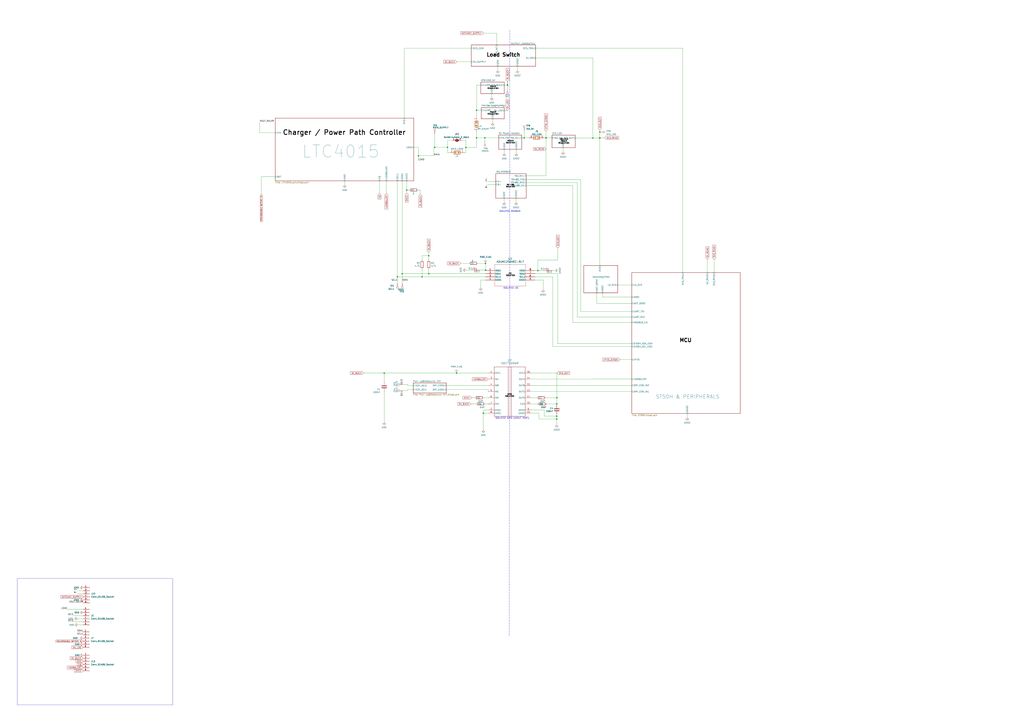
<source format=kicad_sch>
(kicad_sch (version 20231120) (generator "eeschema") (generator_version "8.0")
  (paper "A1")
  (title_block (title "packetRFMS") (date "2024-03-21") (rev "PCB_00132_6A_2124") (company "Packetworx Inc."))
  (lib_symbols
    (symbol "2023-07-17_08-59-46:ISO7740DWR" (pin_names (offset 0.254))
      (property "Reference" "U7" (at 0 25.7902 0))
      (property "Value" "ISO7740DWR" (at 0 23.2502 0))
      (symbol "ISO7740DWR_0_1"
        (polyline (pts (xy -12.7 -20.32) (xy 12.7 -20.32)) (stroke (width 0.2032)))
        (polyline (pts (xy -12.7 20.32) (xy -12.7 -20.32)) (stroke (width 0.2032)))
        (polyline (pts (xy -1.27 -20.32) (xy -1.27 20.32)) (stroke (width 0.2032)))
        (polyline (pts (xy 1.27 -20.32) (xy 1.27 20.32)) (stroke (width 0.2032)))
        (polyline (pts (xy 12.7 -20.32) (xy 12.7 20.32)) (stroke (width 0.2032)))
        (polyline (pts (xy 12.7 20.32) (xy -12.7 20.32)) (stroke (width 0.2032)))
        (pin power_in line (at -17.78 15.24 0) (length 5.08) (name "VCC1") (number "1"))
        (pin input line (at 17.78 -10.16 180) (length 5.08) (name "EN2") (number "10"))
        (pin tri_state line (at 17.78 -5.08 180) (length 5.08) (name "OUTD") (number "11"))
        (pin tri_state line (at 17.78 0 180) (length 5.08) (name "OUTC") (number "12"))
        (pin tri_state line (at 17.78 5.08 180) (length 5.08) (name "OUTB") (number "13"))
        (pin tri_state line (at 17.78 10.16 180) (length 5.08) (name "OUTA") (number "14"))
        (pin power_in line (at 17.78 15.24 180) (length 5.08) (name "VCC2") (number "16"))
        (pin input line (at -17.78 10.16 0) (length 5.08) (name "INA") (number "3"))
        (pin input line (at -17.78 5.08 0) (length 5.08) (name "INB") (number "4"))
        (pin input line (at -17.78 0 0) (length 5.08) (name "INC") (number "5"))
        (pin input line (at -17.78 -5.08 0) (length 5.08) (name "IND") (number "6"))
      )
      (symbol "ISO7740DWR_1_1"
        (pin bidirectional line (at 17.78 -17.78 180) (length 5.08) (name "GND2") (number "15"))
        (pin bidirectional line (at -17.78 -15.24 0) (length 5.08) (name "GND1") (number "2"))
        (pin input line (at -17.78 -10.16 0) (length 5.08) (name "EN1") (number "7"))
        (pin bidirectional line (at -17.78 -17.78 0) (length 5.08) (name "GND1") (number "8"))
        (pin bidirectional line (at 17.78 -15.24 180) (length 5.08) (name "GND2") (number "9"))
      )
    )
    (symbol "2023-08-03_01-03-26:ADUM1250ARZ-RL7" (pin_names (offset 0.254))
      (property "Reference" "U5" (at 20.32 9.8274 0))
      (property "Value" "ADUM1250ARZ-RL7" (at 20.32 7.2874 0))
      (symbol "ADUM1250ARZ-RL7_0_1"
        (polyline (pts (xy 7.62 -12.7) (xy 33.02 -12.7)) (stroke (width 0.127)))
        (polyline (pts (xy 7.62 5.08) (xy 7.62 -12.7)) (stroke (width 0.127)))
        (polyline (pts (xy 33.02 -12.7) (xy 33.02 5.08)) (stroke (width 0.127)))
        (polyline (pts (xy 33.02 5.08) (xy 7.62 5.08)) (stroke (width 0.127)))
        (pin power_in line (at 0 0 0) (length 7.62) (name "VDD1") (number "1"))
        (pin bidirectional line (at 0 -2.54 0) (length 7.62) (name "SDA1") (number "2"))
        (pin bidirectional line (at 0 -5.08 0) (length 7.62) (name "SCL1") (number "3"))
        (pin bidirectional line (at 40.64 -5.08 180) (length 7.62) (name "SCL2") (number "6"))
        (pin bidirectional line (at 40.64 -2.54 180) (length 7.62) (name "SDA2") (number "7"))
        (pin power_in line (at 40.64 0 180) (length 7.62) (name "VDD2") (number "8"))
      )
      (symbol "ADUM1250ARZ-RL7_1_1"
        (pin input line (at 0 -7.62 0) (length 7.62) (name "GND1") (number "4"))
        (pin input line (at 40.64 -7.62 180) (length 7.62) (name "GND2") (number "5"))
      )
    )
    (symbol "Connector:Conn_01x06_Socket" (pin_names (offset 1.016) hide)
      (property "Reference" "J" (at 0 7.62 0))
      (property "Value" "Conn_01x06_Socket" (at 0 -10.16 0))
      (symbol "Conn_01x06_Socket_1_1"
        (arc (start 0 -7.112) (mid -0.5058 -7.62) (end 0 -8.128) (stroke (width 0.1524)))
        (arc (start 0 -4.572) (mid -0.5058 -5.08) (end 0 -5.588) (stroke (width 0.1524)))
        (arc (start 0 -2.032) (mid -0.5058 -2.54) (end 0 -3.048) (stroke (width 0.1524)))
        (polyline (pts (xy -1.27 -7.62) (xy -0.508 -7.62)) (stroke (width 0.1524)))
        (polyline (pts (xy -1.27 -5.08) (xy -0.508 -5.08)) (stroke (width 0.1524)))
        (polyline (pts (xy -1.27 -2.54) (xy -0.508 -2.54)) (stroke (width 0.1524)))
        (polyline (pts (xy -1.27 0) (xy -0.508 0)) (stroke (width 0.1524)))
        (polyline (pts (xy -1.27 2.54) (xy -0.508 2.54)) (stroke (width 0.1524)))
        (polyline (pts (xy -1.27 5.08) (xy -0.508 5.08)) (stroke (width 0.1524)))
        (arc (start 0 0.508) (mid -0.5058 0) (end 0 -0.508) (stroke (width 0.1524)))
        (arc (start 0 3.048) (mid -0.5058 2.54) (end 0 2.032) (stroke (width 0.1524)))
        (arc (start 0 5.588) (mid -0.5058 5.08) (end 0 4.572) (stroke (width 0.1524)))
        (pin passive line (at -5.08 5.08 0) (length 3.81) (name "Pin_1") (number "1"))
        (pin passive line (at -5.08 2.54 0) (length 3.81) (name "Pin_2") (number "2"))
        (pin passive line (at -5.08 0 0) (length 3.81) (name "Pin_3") (number "3"))
        (pin passive line (at -5.08 -2.54 0) (length 3.81) (name "Pin_4") (number "4"))
        (pin passive line (at -5.08 -5.08 0) (length 3.81) (name "Pin_5") (number "5"))
        (pin passive line (at -5.08 -7.62 0) (length 3.81) (name "Pin_6") (number "6"))
      )
    )
    (symbol "Connector:Screw_Terminal_01x02" (pin_names (offset 1.016) hide)
      (property "Reference" "J?" (at 2.032 -0.4353 0))
      (property "Value" "Screw_Terminal_01x02" (at 2.032 -2.9722 0))
      (symbol "Screw_Terminal_01x02_1_1"
        (rectangle (start -1.27 1.27) (end 1.27 -3.81) (stroke (width 0.254)) (fill (type background)))
        (circle (center 0 -2.54) (radius 0.635) (stroke (width 0.1524)))
        (polyline (pts (xy -0.5334 -2.2098) (xy 0.3302 -3.048)) (stroke (width 0.1524)))
        (polyline (pts (xy -0.5334 0.3302) (xy 0.3302 -0.508)) (stroke (width 0.1524)))
        (polyline (pts (xy -0.3556 -2.032) (xy 0.508 -2.8702)) (stroke (width 0.1524)))
        (polyline (pts (xy -0.3556 0.508) (xy 0.508 -0.3302)) (stroke (width 0.1524)))
        (circle (center 0 0) (radius 0.635) (stroke (width 0.1524)))
        (pin passive line (at 0 5.08 270) (length 3.81) (name "Pin_1") (number "1"))
        (pin passive line (at 0 -7.62 90) (length 3.81) (name "Pin_2") (number "2"))
      )
    )
    (symbol "Connector:TestPoint" (pin_numbers hide) (pin_names (offset 0.762) hide)
      (property "Reference" "TP" (at 0 6.858 0))
      (property "Value" "TestPoint" (at 0 5.08 0))
      (symbol "TestPoint_0_1"
        (circle (center 0 3.302) (radius 0.762))
      )
      (symbol "TestPoint_1_1"
        (pin passive line (at 0 0 90) (length 2.54) (name "1") (number "1"))
      )
    )
    (symbol "Device:C" (pin_numbers hide) (pin_names (offset 0.254))
      (property "Reference" "C" (at 0.635 2.54 0))
      (property "Value" "C" (at 0.635 -2.54 0))
      (symbol "C_0_1"
        (polyline (pts (xy -2.032 -0.762) (xy 2.032 -0.762)) (stroke (width 0.508)))
        (polyline (pts (xy -2.032 0.762) (xy 2.032 0.762)) (stroke (width 0.508)))
      )
      (symbol "C_1_1"
        (pin passive line (at 0 3.81 270) (length 2.794) (name "~") (number "1"))
        (pin passive line (at 0 -3.81 90) (length 2.794) (name "~") (number "2"))
      )
    )
    (symbol "Device:R" (pin_numbers hide) (pin_names (offset 0))
      (property "Reference" "R" (at 2.032 0 90))
      (property "Value" "R" (at 0 0 90))
      (symbol "R_0_1"
        (rectangle (start -1.016 -2.54) (end 1.016 2.54) (stroke (width 0.254)))
      )
      (symbol "R_1_1"
        (pin passive line (at 0 3.81 270) (length 1.27) (name "~") (number "1"))
        (pin passive line (at 0 -3.81 90) (length 1.27) (name "~") (number "2"))
      )
    )
    (symbol "EK-ST50_SCH_V03-01-altium-import:1_CAP"
      (property "Value" "1_CAP" (at 0 0 0))
      (symbol "1_CAP_1_0"
        (polyline (pts (xy 0 3.302) (xy 0 2.794)) (stroke (width 0.254)))
        (polyline (pts (xy 0 4.318) (xy 0 4.826)) (stroke (width 0.254)))
        (polyline (pts (xy 1.778 3.302) (xy -1.778 3.302)) (stroke (width 0.254)))
        (polyline (pts (xy 1.778 4.318) (xy -1.778 4.318)) (stroke (width 0.254)))
        (pin passive line (at 0 0 90) (length 3.302) (name "1") (number "1"))
        (pin passive line (at 0 7.62 270) (length 3.302) (name "2") (number "2"))
      )
    )
    (symbol "Jumper:SolderJumper_2_Open" (pin_names (offset 0) hide)
      (property "Reference" "JP" (at 0 2.032 0))
      (property "Value" "SolderJumper_2_Open" (at 0 -2.54 0))
      (symbol "SolderJumper_2_Open_0_1"
        (arc (start -0.254 1.016) (mid -1.2656 0) (end -0.254 -1.016))
        (arc (start -0.254 1.016) (mid -1.2656 0) (end -0.254 -1.016) (fill (type outline)))
        (polyline (pts (xy -0.254 1.016) (xy -0.254 -1.016)))
        (polyline (pts (xy 0.254 1.016) (xy 0.254 -1.016)))
        (arc (start 0.254 -1.016) (mid 1.2656 0) (end 0.254 1.016))
        (arc (start 0.254 -1.016) (mid 1.2656 0) (end 0.254 1.016) (fill (type outline)))
      )
      (symbol "SolderJumper_2_Open_1_1"
        (pin passive line (at -3.81 0 0) (length 2.54) (name "A") (number "1"))
        (pin passive line (at 3.81 0 180) (length 2.54) (name "B") (number "2"))
      )
    )
    (symbol "power:GND" (power) (pin_names (offset 0))
      (property "Value" "GND" (at 0 -3.81 0))
      (symbol "GND_0_1"
        (polyline (pts (xy 0 0) (xy 0 -1.27) (xy 1.27 -1.27) (xy 0 -2.54) (xy -1.27 -1.27) (xy 0 -1.27)))
      )
      (symbol "GND_1_1"
        (pin power_in line (at 0 0 270) (length 0) hide (name "GND") (number "1"))
      )
    )
    (symbol "power:GND2" (power) (pin_names (offset 0))
      (property "Value" "GND2" (at 0 -3.81 0))
      (symbol "GND2_0_1"
        (polyline (pts (xy 0 0) (xy 0 -1.27) (xy 1.27 -1.27) (xy 0 -2.54) (xy -1.27 -1.27) (xy 0 -1.27)))
      )
      (symbol "GND2_1_1"
        (pin power_in line (at 0 0 270) (length 0) hide (name "GND2") (number "1"))
      )
    )
    (symbol "power:PWR_FLAG" (power) (pin_numbers hide) (pin_names (offset 0) hide)
      (property "Value" "PWR_FLAG" (at 0 3.81 0))
      (symbol "PWR_FLAG_0_0"
        (pin power_out line (at 0 0 90) (length 0) (name "pwr") (number "1"))
      )
      (symbol "PWR_FLAG_0_1"
        (polyline (pts (xy 0 0) (xy 0 1.27) (xy -1.016 1.905) (xy 0 2.54) (xy 1.016 1.905) (xy 0 1.27)))
      )
    )
  )
  (junction (at 457.2657 344.4917))
  (junction (at 416.7934 69.9596))
  (junction (at 492.6455 113.396))
  (junction (at 315.5515 306.6443))
  (junction (at 330.2881 224.9531))
  (junction (at 486.9707 113.396))
  (junction (at 343.6987 128.0497))
  (junction (at 457.4197 326.8743))
  (junction (at 448.4365 113.3199))
  (junction (at 334.0051 156.1785))
  (junction (at 457.2693 331.9442))
  (junction (at 448.4365 113.2979))
  (junction (at 396.9881 339.5743))
  (junction (at 398.7384 216.4538))
  (junction (at 492.6543 113.396))
  (junction (at 326.3824 227.4931))
  (junction (at 391.37 113.2948))
  (junction (at 374.9394 306.5543))
  (junction (at 346.6295 227.4931))
  (junction (at 382.6712 121.1611))
  (junction (at 441.7985 222.3791))
  (junction (at 398.2591 113.2948))
  (junction (at 357.0378 121.0976))
  (junction (at 398.7384 221.9952))
  (junction (at 391.37 90.628))
  (junction (at 352.1398 210.2016))
  (junction (at 492.6732 108.4794))
  (junction (at 352.1413 224.9531))
  (junction (at 457.2657 342.0381))
  (junction (at 367.5337 121.0976))
  (junction (at 430.4871 113.314))
  (junction (at 416.8394 69.9596))
  (wire (pts (xy 63.6664 485.4231) (xy 68.516 485.4231)))
  (wire (pts (xy 442.6515 339.5743) (xy 442.6515 344.4917)))
  (wire (pts (xy 398.2591 113.2948) (xy 409.6467 113.2948)))
  (wire (pts (xy 386.6774 331.9335) (xy 389.2174 331.9335)))
  (wire (pts (xy 408.8234 54.5548) (xy 408.8234 57.6816)))
  (wire (pts (xy 315.5626 321.7416) (xy 315.5515 321.7416)))
  (wire (pts (xy 345.2754 156.1785) (xy 343.6314 156.1785)))
  (wire (pts (xy 60.4206 511.0176) (xy 61.6906 511.0176)))
  (wire (pts (xy 441.7985 213.674) (xy 458.0658 213.674)))
  (wire (pts (xy 330.3848 225.0643) (xy 330.2881 225.0643)))
  (wire (pts (xy 439.3784 230.0331) (xy 446.0557 230.0331)))
  (wire (pts (xy 396.9881 337.0343) (xy 400.8529 337.0343)))
  (wire (pts (xy 416.7934 66.9768) (xy 416.8394 66.9768)))
  (wire (pts (xy 509.1455 295.5905) (xy 518.8755 295.5905)))
  (wire (pts (xy 343.6987 128.0497) (xy 356.3987 128.0497)))
  (wire (pts (xy 446.0557 230.0331) (xy 446.0557 237.8233)))
  (wire (pts (xy 424.0224 122.7677) (xy 424.0224 125.8945)))
  (wire (pts (xy 400.4232 151.6) (xy 407.261 151.6)))
  (wire (pts (xy 68.3553 505.9321) (xy 60.4043 505.9321)))
  (wire (pts (xy 457.9561 224.9531) (xy 439.3784 224.9531)))
  (wire (pts (xy 439.8237 47.6383) (xy 486.9707 47.6383)))
  (wire (pts (xy 454.0949 284.8602) (xy 518.8755 284.8602)))
  (wire (pts (xy 455.4253 222.3587) (xy 452.8199 222.3587)))
  (wire (pts (xy 432.0702 150.0022) (xy 474.1149 150.0022)))
  (wire (pts (xy 366.6019 316.7143) (xy 366.6019 316.7453)))
  (wire (pts (xy 343.6857 128.0497) (xy 343.6987 128.0497)))
  (wire (pts (xy 346.6295 210.2016) (xy 352.1398 210.2016)))
  (wire (pts (xy 518.8755 321.7943) (xy 518.8755 321.8511)))
  (wire (pts (xy 457.4197 331.9442) (xy 457.2693 331.9442)))
  (wire (pts (xy 492.6543 108.4794) (xy 492.6732 108.4794)))
  (wire (pts (xy 55.2049 500.8521) (xy 68.3553 500.8521)))
  (wire (pts (xy 487.9143 311.6343) (xy 487.9143 311.603)))
  (wire (pts (xy 430.4871 107.2589) (xy 430.4871 113.314)))
  (wire (pts (xy 457.4197 326.8743) (xy 457.4197 331.9442)))
  (wire (pts (xy 398.7384 221.9952) (xy 398.7384 222.4131)))
  (wire (pts (xy 454.0949 227.4931) (xy 454.0949 284.8602)))
  (wire (pts (xy 68.3553 508.4721) (xy 63.9049 508.4721)))
  (wire (pts (xy 391.37 108.3455) (xy 391.37 113.2948)))
  (wire (pts (xy 457.9561 282.3564) (xy 457.9561 224.9531)))
  (wire (pts (xy 416.7934 72.8698) (xy 416.8639 69.9596)))
  (wire (pts (xy 332.0306 97.0353) (xy 332.0306 39.7385)))
  (wire (pts (xy 507.4163 234.2111) (xy 518.8755 234.2111)))
  (wire (pts (xy 357.0378 121.0976) (xy 367.5337 121.0976)))
  (wire (pts (xy 336.0114 156.1785) (xy 334.0051 156.1785)))
  (wire (pts (xy 391.37 69.9709) (xy 391.37 90.628)))
  (wire (pts (xy 391.37 90.628) (xy 391.37 95.6455)))
  (wire (pts (xy 65.4133 513.5521) (xy 68.3553 513.5521)))
  (wire (pts (xy 298.5864 306.6443) (xy 315.5515 306.6443)))
  (wire (pts (xy 486.9707 47.6383) (xy 486.9707 113.396)))
  (wire (pts (xy 387.0679 50.8243) (xy 387.0679 50.8063)))
  (wire (pts (xy 345.2754 159.7112) (xy 345.2754 156.1785)))
  (wire (pts (xy 442.6515 344.4917) (xy 457.2657 344.4917)))
  (wire (pts (xy 346.6295 221.2469) (xy 346.6295 227.4931)))
  (wire (pts (xy 382.6712 125.3315) (xy 381.7262 125.3315)))
  (wire (pts (xy 403.0677 331.9543) (xy 400.8529 331.9543)))
  (wire (pts (xy 346.6295 227.4931) (xy 398.7384 227.4931)))
  (wire (pts (xy 492.6543 113.396) (xy 492.6543 218.2473)))
  (wire (pts (xy 382.8083 221.9983) (xy 385.3483 221.9983)))
  (wire (pts (xy 400.8529 339.5743) (xy 396.9881 339.5743)))
  (wire (pts (xy 394.3655 221.9952) (xy 398.7384 221.9952)))
  (wire (pts (xy 352.1413 224.9531) (xy 398.7384 224.9531)))
  (wire (pts (xy 367.5337 115.3454) (xy 367.5337 121.0976)))
  (wire (pts (xy 416.8394 69.9596) (xy 416.7934 69.9596)))
  (wire (pts (xy 483.4916 316.7143) (xy 436.4129 316.7143)))
  (wire (pts (xy 432.0702 144.4987) (xy 448.4365 144.4987)))
  (wire (pts (xy 430.4871 113.3199) (xy 430.4871 113.314)))
  (wire (pts (xy 382.6712 121.1611) (xy 382.6712 125.3315)))
  (wire (pts (xy 391.37 121.1611) (xy 382.6712 121.1611)))
  (wire (pts (xy 492.6455 113.396) (xy 492.6543 113.396)))
  (wire (pts (xy 457.281 348.7713) (xy 457.281 344.4917)))
  (wire (pts (xy 518.8755 265.0207) (xy 470.3692 265.0207)))
  (wire (pts (xy 315.5515 306.6443) (xy 315.5515 306.5543)))
  (wire (pts (xy 403.8578 76.8469) (xy 403.8578 79.9737)))
  (wire (pts (xy 457.281 344.4917) (xy 457.2657 344.4917)))
  (wire (pts (xy 330.2881 224.9531) (xy 352.1413 224.9531)))
  (wire (pts (xy 387.3905 326.8727) (xy 389.8291 326.8727)))
  (wire (pts (xy 448.4365 113.2979) (xy 448.4365 113.3199)))
  (wire (pts (xy 326.3824 227.4931) (xy 346.6295 227.4931)))
  (wire (pts (xy 492.6732 106.7229) (xy 492.6732 108.4794)))
  (wire (pts (xy 441.7985 213.674) (xy 441.7985 222.3791)))
  (wire (pts (xy 332.0306 39.7385) (xy 387.0679 39.7385)))
  (wire (pts (xy 330.9352 316.0084) (xy 334.8225 316.0084)))
  (wire (pts (xy 436.4129 321.7943) (xy 518.8755 321.7943)))
  (wire (pts (xy 382.6712 115.3454) (xy 382.6712 121.1611)))
  (wire (pts (xy 518.8755 249.3403) (xy 490.1519 249.3403)))
  (wire (pts (xy 458.0658 211.575) (xy 458.0767 211.575)))
  (wire (pts (xy 369.0262 125.3315) (xy 367.5337 125.3315)))
  (wire (pts (xy 476.8619 255.9782) (xy 518.8755 255.9782)))
  (wire (pts (xy 586.447 213.1597) (xy 586.447 224.0548)))
  (wire (pts (xy 414.2431 69.9596) (xy 416.7934 69.9596)))
  (wire (pts (xy 457.4197 306.56) (xy 456.312 306.56)))
  (wire (pts (xy 283.0603 148.6429) (xy 283.0603 151.7697)))
  (wire (pts (xy 385.3483 221.9983) (xy 385.3483 221.9952)))
  (wire (pts (xy 436.4129 326.8743) (xy 440.829 326.8743)))
  (wire (pts (xy 486.9707 113.396) (xy 492.6455 113.396)))
  (wire (pts (xy 518.8755 282.3564) (xy 457.9561 282.3564)))
  (wire (pts (xy 458.0658 211.575) (xy 458.0658 213.674)))
  (wire (pts (xy 456.312 306.5543) (xy 436.4129 306.5543)))
  (wire (pts (xy 346.6295 213.6269) (xy 346.6295 210.2016)))
  (wire (pts (xy 428.6412 113.314) (xy 430.4871 113.314)))
  (wire (pts (xy 436.4129 331.9442) (xy 436.4129 331.9543)))
  (wire (pts (xy 213.2325 109.1378) (xy 226.1059 109.1378)))
  (wire (pts (xy 367.5337 125.3315) (xy 367.5337 121.0976)))
  (wire (pts (xy 226.1059 145.2314) (xy 214.6099 145.2314)))
  (wire (pts (xy 398.2591 116.1425) (xy 398.2591 113.2948)))
  (wire (pts (xy 356.3987 121.0976) (xy 357.0378 121.0976)))
  (wire (pts (xy 334.8225 321.0021) (xy 334.8225 320.2365)))
  (wire (pts (xy 457.4197 306.56) (xy 457.4197 326.8743)))
  (wire (pts (xy 330.2881 224.9531) (xy 330.2881 225.0643)))
  (wire (pts (xy 414.1759 90.8277) (xy 416.7967 90.8277)))
  (wire (pts (xy 394.8321 230.0331) (xy 394.8321 236.278)))
  (wire (pts (xy 398.6256 331.9267) (xy 403.0677 331.9267)))
  (wire (pts (xy 68.516 487.9256) (xy 68.516 487.9482)))
  (wire (pts (xy 400.8529 316.7143) (xy 366.6019 316.7143)))
  (wire (pts (xy 214.6099 145.2314) (xy 214.6099 159.7333)))
  (wire (pts (xy 457.2657 340.5774) (xy 457.2657 342.0381)))
  (wire (pts (xy 452.8199 222.3587) (xy 452.8199 222.3791)))
  (wire (pts (xy 398.7384 230.0331) (xy 394.8321 230.0331)))
  (wire (pts (xy 432.0702 147.5611) (xy 476.8619 147.5611)))
  (wire (pts (xy 457.2693 332.9574) (xy 457.2657 332.9574)))
  (wire (pts (xy 339.3002 316.9226) (xy 339.3002 316.9079)))
  (wire (pts (xy 226.1059 109.1378) (xy 226.1059 109.0984)))
  (wire (pts (xy 398.7384 216.4538) (xy 398.7384 221.9952)))
  (wire (pts (xy 367.5337 115.3454) (xy 371.5036 115.3454)))
  (wire (pts (xy 518.8755 260.5718) (xy 474.1149 260.5718)))
  (wire (pts (xy 448.4365 107.7496) (xy 448.4365 113.2979)))
  (wire (pts (xy 391.37 113.2948) (xy 398.2591 113.2948)))
  (wire (pts (xy 317.3572 148.6429) (xy 317.4264 148.6429)))
  (wire (pts (xy 518.8755 244.2279) (xy 494.878 244.2279)))
  (wire (pts (xy 60.4043 505.9321) (xy 60.4043 505.9383)))
  (wire (pts (xy 400.3146 149.1146) (xy 407.261 149.1146)))
  (wire (pts (xy 326.4317 227.6043) (xy 326.4317 232.9308)))
  (wire (pts (xy 564.4258 339.8822) (xy 564.4258 343.009)))
  (wire (pts (xy 374.9394 306.5543) (xy 315.5515 306.5543)))
  (wire (pts (xy 400.8529 306.5543) (xy 374.9394 306.5543)))
  (wire (pts (xy 326.4317 227.6043) (xy 326.3611 227.6043)))
  (wire (pts (xy 343.6857 132.0968) (xy 343.6857 128.0497)))
  (wire (pts (xy 326.3611 227.4931) (xy 326.3824 227.4931)))
  (wire (pts (xy 462.4353 121.4215) (xy 462.4353 124.5483)))
  (wire (pts (xy 458.0767 211.575) (xy 458.0767 203.7654)))
  (wire (pts (xy 326.3611 227.4931) (xy 326.3611 227.6043)))
  (wire (pts (xy 334.0051 156.1785) (xy 334.0051 158.8356)))
  (wire (pts (xy 518.8755 316.6873) (xy 483.4916 316.6873)))
  (wire (pts (xy 357.0378 109.9171) (xy 357.0378 121.0976)))
  (wire (pts (xy 394.8984 69.9709) (xy 391.37 69.9709)))
  (wire (pts (xy 457.2693 331.9442) (xy 457.2693 332.9574)))
  (wire (pts (xy 448.4365 144.4987) (xy 448.4365 113.3199)))
  (wire (pts (xy 392.6483 216.4538) (xy 398.7384 216.4538)))
  (wire (pts (xy 317.3572 158.8356) (xy 317.3572 148.6429)))
  (wire (pts (xy 436.4129 339.5743) (xy 442.6515 339.5743)))
  (wire (pts (xy 352.1398 213.6269) (xy 352.1413 213.6269)))
  (wire (pts (xy 391.37 113.2948) (xy 391.37 121.1611)))
  (wire (pts (xy 326.3824 227.4931) (xy 326.3824 148.6429)))
  (wire (pts (xy 432.0702 152.4875) (xy 470.3692 152.4875)))
  (wire (pts (xy 474.1149 260.5718) (xy 474.1149 150.0022)))
  (wire (pts (xy 439.3784 227.4931) (xy 454.0949 227.4931)))
  (wire (pts (xy 396.9881 339.5743) (xy 396.9881 353.1816)))
  (wire (pts (xy 315.5626 346.8794) (xy 315.5626 321.7416)))
  (wire (pts (xy 375.1029 50.8243) (xy 387.0679 50.8243)))
  (wire (pts (xy 476.8619 147.5611) (xy 476.8619 255.9782)))
  (wire (pts (xy 64.1433 513.5887) (xy 65.4133 513.5887)))
  (wire (pts (xy 404.5539 97.6827) (xy 404.5539 100.8095)))
  (wire (pts (xy 352.1398 210.2016) (xy 352.1398 213.6269)))
  (wire (pts (xy 330.9827 321.0021) (xy 334.8225 321.0021)))
  (wire (pts (xy 436.4129 331.9442) (xy 441.4573 331.9442)))
  (wire (pts (xy 311.6896 158.8356) (xy 311.6896 148.6429)))
  (wire (pts (xy 413.988 162.9858) (xy 413.988 166.1126)))
  (wire (pts (xy 330.3848 232.9203) (xy 330.3848 225.0643)))
  (wire (pts (xy 416.8394 66.9768) (xy 416.8394 69.9596)))
  (wire (pts (xy 453.3497 113.2979) (xy 453.3497 113.396)))
  (wire (pts (xy 68.3553 511.0121) (xy 65.1761 510.9997)))
  (wire (pts (xy 416.7934 66.9768) (xy 416.7934 69.9596)))
  (wire (pts (xy 65.4133 513.5887) (xy 65.4133 513.5521)))
  (wire (pts (xy 452.8199 222.3791) (xy 453.6234 222.3791)))
  (wire (pts (xy 315.5515 306.6443) (xy 315.5515 314.1216)))
  (wire (pts (xy 492.6543 113.396) (xy 492.6543 108.4794)))
  (wire (pts (xy 334.0051 148.6429) (xy 334.0051 156.1785)))
  (wire (pts (xy 436.4129 311.6343) (xy 487.9143 311.6343)))
  (wire (pts (xy 334.8225 320.2365) (xy 339.3002 320.2365)))
  (wire (pts (xy 379.1236 115.3454) (xy 382.6712 115.3454)))
  (wire (pts (xy 63.6781 487.9256) (xy 68.516 487.9256)))
  (wire (pts (xy 456.312 306.56) (xy 456.312 306.5543)))
  (wire (pts (xy 397.4491 326.8727) (xy 400.8529 326.8727)))
  (wire (pts (xy 492.6455 113.2796) (xy 492.6455 113.396)))
  (wire (pts (xy 407.8978 36.9272) (xy 407.8978 27.1695)))
  (wire (pts (xy 434.4219 113.3199) (xy 430.4871 113.3199)))
  (wire (pts (xy 483.4916 316.6873) (xy 483.4916 316.7143)))
  (wire (pts (xy 414.1695 122.7677) (xy 414.1695 125.8945)))
  (wire (pts (xy 61.6906 511.0176) (xy 61.6906 510.9997)))
  (wire (pts (xy 339.8788 121.125) (xy 343.6987 121.125)))
  (wire (pts (xy 416.8394 69.9596) (xy 416.8639 69.9596)))
  (wire (pts (xy 457.2657 342.0381) (xy 457.2657 344.4917)))
  (wire (pts (xy 366.6019 320.2071) (xy 400.8529 320.2071)))
  (wire (pts (xy 470.3692 265.0207) (xy 470.3692 152.4875)))
  (wire (pts (xy 581.0211 224.0548) (xy 580.9048 224.0548)))
  (wire (pts (xy 389.2174 331.9335) (xy 389.2174 331.9267)))
  (wire (pts (xy 61.6906 510.9997) (xy 65.1761 510.9997)))
  (wire (pts (xy 352.1398 207.2553) (xy 352.1398 210.2016)))
  (wire (pts (xy 448.4365 113.2979) (xy 453.3497 113.2979)))
  (wire (pts (xy 447.1219 113.3199) (xy 448.4365 113.3199)))
  (wire (pts (xy 487.9143 311.603) (xy 518.8755 311.603)))
  (wire (pts (xy 449.0773 331.9442) (xy 457.2693 331.9442)))
  (wire (pts (xy 446.0034 222.3791) (xy 441.7985 222.3791)))
  (wire (pts (xy 356.3987 128.0497) (xy 356.3987 121.0976)))
  (wire (pts (xy 343.6987 121.125) (xy 343.6987 128.0497)))
  (wire (pts (xy 397.0121 27.1695) (xy 407.8978 27.1695)))
  (wire (pts (xy 63.9049 508.4721) (xy 63.9049 508.4661)))
  (wire (pts (xy 441.7985 222.3791) (xy 441.7985 222.4131)))
  (wire (pts (xy 439.8237 39.7002) (xy 560.8446 39.7002)))
  (wire (pts (xy 447.039 337.0343) (xy 447.039 342.0381)))
  (wire (pts (xy 447.039 342.0381) (xy 457.2657 342.0381)))
  (wire (pts (xy 494.878 244.2279) (xy 494.878 240.6408)))
  (wire (pts (xy 581.0211 213.1597) (xy 581.0211 224.0548)))
  (wire (pts (xy 424.9801 54.5548) (xy 424.9801 57.6816)))
  (wire (pts (xy 409.6467 113.2948) (xy 409.6467 113.2253)))
  (wire (pts (xy 378.2901 216.4538) (xy 385.0283 216.4538)))
  (wire (pts (xy 400.8529 320.2071) (xy 400.8529 321.7943)))
  (wire (pts (xy 423.8331 162.9858) (xy 423.8331 166.1126)))
  (wire (pts (xy 396.9881 337.0343) (xy 396.9881 339.5743)))
  (wire (pts (xy 334.8225 316.0084) (xy 334.8225 316.9226)))
  (polyline (pts (xy 418.8019 24.6215) (xy 418.3091 523.1742)) (stroke (width 0) (type dash)))
  (wire (pts (xy 403.0677 331.9267) (xy 403.0677 331.9543)))
  (wire (pts (xy 496.5999 113.2796) (xy 492.6455 113.2796)))
  (wire (pts (xy 441.7985 222.4131) (xy 439.3784 222.4131)))
  (wire (pts (xy 472.3997 113.396) (xy 486.9707 113.396)))
  (wire (pts (xy 68.516 485.4231) (xy 68.516 485.4082)))
  (wire (pts (xy 334.8225 316.9226) (xy 339.3002 316.9226)))
  (wire (pts (xy 213.2325 100.4032) (xy 213.2325 109.1378)))
  (wire (pts (xy 560.8446 39.7002) (xy 560.8446 224.0548)))
  (wire (pts (xy 490.1519 249.3403) (xy 490.1519 240.6408)))
  (wire (pts (xy 352.1413 221.2469) (xy 352.1413 224.9531)))
  (wire (pts (xy 448.449 326.8743) (xy 457.4197 326.8743)))
  (wire (pts (xy 436.4129 337.0343) (xy 447.039 337.0343)))
  (wire (pts (xy 395.1972 90.628) (xy 391.37 90.628)))
  (wire (pts (xy 330.2881 148.6429) (xy 330.2881 224.9531)))
  (wire (pts (xy 389.2174 331.9267) (xy 391.0056 331.9267)))
  (wire (pts (xy 385.3483 221.9952) (xy 386.7455 221.9952)))
  (wire (pts (xy 400.8529 326.8727) (xy 400.8529 326.8743)))
  (rectangle (start 14.1699 475.4776) (end 141.8454 579.3704))
  (text "POWER\nREGULATION" (at 404.9165 72.0035 0) (effects (font (size 1 1) (thickness 0.6) (bold yes))))
  (text "I2C \nISOLATION" (at 419.2719 225.7439 0) (effects (font (size 1 1) (thickness 0.6) (bold yes))))
  (text "MCU" (at 563.0682 279.7606 0) (effects (font (size 3 3) (thickness 0.6) (bold yes))))
  (text "ISOLATED GPIO (INPUT PART)\n\n" (at 406.5816 346.5096 0) (effects (font (size 1.27 1.27)) (justify left bottom)))
  (text "POWER\nREGULATION" (at 404.9345 93.0876 0) (effects (font (size 1 1) (thickness 0.6) (bold yes))))
  (text "Charger / Power Path Controller" (at 282.7373 108.9937 0) (effects (font (size 4 4) (thickness 0.6) (bold yes))))
  (text "POWER\nISOLATION" (at 419.1795 116.7181 0) (effects (font (size 1 1) (thickness 0.6) (bold yes))))
  (text "RS-485\nISOLATION" (at 419.2079 152.8066 0) (effects (font (size 1 1) (thickness 0.6) (bold yes))))
  (text "ISOLATED\nPOWER\nREGULATION" (at 463.0776 116.1356 0) (effects (font (size 1 1) (thickness 0.6) (bold yes))))
  (text "ISOLATED I2C\n\n" (at 413.146 239.5607 0) (effects (font (size 1.27 1.27)) (justify left bottom)))
  (text "ISOLATED MODBUS\n" (at 409.8284 174.4518 0) (effects (font (size 1.27 1.27)) (justify left bottom)))
  (text "GPIO\nISOLATION" (at 418.5929 324.9999 0) (effects (font (size 1 1) (thickness 0.6) (bold yes))))
  (text "Load Switch" (at 413.4568 45.1508 0) (effects (font (size 3 3) (thickness 0.6) (bold yes))))
  (label "A+" (at 63.6664 485.4231 180))
  (label "SDA1" (at 330.3848 231.0457 0))
  (label "SCL1" (at 326.4317 231.1641 180))
  (label "DCI2" (at 60.4206 511.0176 180))
  (label "A+" (at 400.3146 149.1146 90))
  (label "VOUT_SOLAR" (at 213.2325 100.4032 0))
  (label "B-" (at 400.4232 151.6 270))
  (label "LOAD" (at 55.2049 500.8521 180))
  (label "DCI1" (at 60.4043 505.9383 180))
  (label "SCL1" (at 68.2781 521.8585 180))
  (label "B-" (at 63.6781 487.9256 180))
  (label "DCI2" (at 330.9352 316.0084 90))
  (label "VOUT_SOLAR" (at 68.516 495.5682 180))
  (label "DCI1" (at 330.9827 321.0021 270))
  (label "SDA1" (at 68.2781 519.3185 180))
  (label "MAIN" (at 356.3987 128.0497 0))
  (label "LOAD" (at 343.6857 132.0968 0))
  (global_label "3V_BUCK" (shape input) (at 386.6774 331.9335 180) (property "Intersheetrefs" "${INTERSHEET_REFS}" (effects (hide yes))))
  (global_label "GATEWAY_SUPPLY" (shape input) (at 397.0121 27.1695 180) (property "Intersheetrefs" "${INTERSHEET_REFS}" (effects (hide yes))))
  (global_label "NTC" (shape input) (at 68.3616 543.5565 180) (property "Intersheetrefs" "${INTERSHEET_REFS}" (effects (hide yes))))
  (global_label "DVCC" (shape input) (at 334.0051 158.8356 270) (property "Intersheetrefs" "${INTERSHEET_REFS}" (effects (hide yes))))
  (global_label "3V_BUCK" (shape input) (at 352.1398 207.2553 90) (property "Intersheetrefs" "${INTERSHEET_REFS}" (effects (hide yes))))
  (global_label "3V_BUCK" (shape input) (at 298.5864 306.6443 180) (property "Intersheetrefs" "${INTERSHEET_REFS}" (effects (hide yes))))
  (global_label "nSMBALERT" (shape input) (at 400.8529 311.6343 180) (property "Intersheetrefs" "${INTERSHEET_REFS}" (effects (hide yes))))
  (global_label "3V3_READ" (shape input) (at 586.447 213.1597 90) (property "Intersheetrefs" "${INTERSHEET_REFS}" (effects (hide yes))))
  (global_label "3V3_OUT" (shape input) (at 458.0767 203.7654 90) (property "Intersheetrefs" "${INTERSHEET_REFS}" (effects (hide yes))))
  (global_label "nSMBALERT" (shape input) (at 317.3572 158.8356 270) (property "Intersheetrefs" "${INTERSHEET_REFS}" (effects (hide yes))))
  (global_label "RECHARGEABLE BATTERY IN" (shape input) (at 214.6099 159.7333 270) (effects (font (size 1 1))) (property "Intersheetrefs" "${INTERSHEET_REFS}" (effects (hide yes))))
  (global_label "5V_READ" (shape input) (at 448.4365 122.5111 180) (property "Intersheetrefs" "${INTERSHEET_REFS}" (effects (hide yes))))
  (global_label "DVCC" (shape input) (at 387.3905 326.8727 180) (property "Intersheetrefs" "${INTERSHEET_REFS}" (effects (hide yes))))
  (global_label "GATEWAY_SUPPLY" (shape input) (at 68.516 490.4882 180) (property "Intersheetrefs" "${INTERSHEET_REFS}" (effects (hide yes))))
  (global_label "3V_BUCK" (shape input) (at 416.8394 66.9768 90) (property "Intersheetrefs" "${INTERSHEET_REFS}" (effects (hide yes))))
  (global_label "RECHARGEABLE BATTERY IN" (shape input) (at 68.2781 526.9385 180) (effects (font (size 1 1))) (property "Intersheetrefs" "${INTERSHEET_REFS}" (effects (hide yes))))
  (global_label "VFTDI_ST50H" (shape input) (at 509.1455 295.5905 180) (property "Intersheetrefs" "${INTERSHEET_REFS}" (effects (hide yes))))
  (global_label "3V3_OUT" (shape input) (at 457.4197 306.56 0) (property "Intersheetrefs" "${INTERSHEET_REFS}" (effects (hide yes))))
  (global_label "3V3_OUT" (shape input) (at 492.6732 106.7229 90) (property "Intersheetrefs" "${INTERSHEET_REFS}" (effects (hide yes))))
  (global_label "EQ" (shape input) (at 68.3616 546.0965 180) (property "Intersheetrefs" "${INTERSHEET_REFS}" (effects (hide yes))))
  (global_label "VFTDI_ST50H" (shape input) (at 448.4365 107.7496 90) (property "Intersheetrefs" "${INTERSHEET_REFS}" (effects (hide yes))))
  (global_label "nSMBALERT" (shape input) (at 68.3616 548.6365 180) (property "Intersheetrefs" "${INTERSHEET_REFS}" (effects (hide yes))))
  (global_label "5V_LDO" (shape input) (at 68.2781 532.0185 180) (property "Intersheetrefs" "${INTERSHEET_REFS}" (effects (hide yes))))
  (global_label "5V_LDO" (shape input) (at 416.7967 90.8277 90) (property "Intersheetrefs" "${INTERSHEET_REFS}" (effects (hide yes))))
  (global_label "EQ" (shape input) (at 311.6896 158.8356 270) (property "Intersheetrefs" "${INTERSHEET_REFS}" (effects (hide yes))))
  (global_label "DVCC" (shape input) (at 68.3616 551.1765 180) (property "Intersheetrefs" "${INTERSHEET_REFS}" (effects (hide yes))))
  (global_label "3V_BUCK" (shape input) (at 345.2754 159.7112 270) (property "Intersheetrefs" "${INTERSHEET_REFS}" (effects (hide yes))))
  (global_label "3V_BUCK" (shape input) (at 375.1029 50.8243 180) (property "Intersheetrefs" "${INTERSHEET_REFS}" (effects (hide yes))))
  (global_label "3V_BUCK" (shape input) (at 68.3616 541.0165 180) (property "Intersheetrefs" "${INTERSHEET_REFS}" (effects (hide yes))))
  (global_label "3V3_READ" (shape input) (at 496.5999 113.2796 0) (property "Intersheetrefs" "${INTERSHEET_REFS}" (effects (hide yes))))
  (global_label "3V_BUCK" (shape input) (at 378.2901 216.4538 180) (property "Intersheetrefs" "${INTERSHEET_REFS}" (effects (hide yes))))
  (global_label "5V_READ" (shape input) (at 581.0211 213.1597 90) (property "Intersheetrefs" "${INTERSHEET_REFS}" (effects (hide yes))))
  (symbol (lib_id "power:GND2") (at 424.9801 57.6816 0) (unit 1)
    (property "Reference" "#PWR024" (effects (hide yes)))
    (property "Value" "GND2" (at 424.9632 62.0663 0))
  )
  (symbol (lib_id "EK-ST50_SCH_V03-01-altium-import:1_CAP") (at 386.7455 221.9952 270) (unit 1)
    (property "Reference" "C2" (at 391.3808 223.8208 90) (effects (justify left bottom)))
    (property "Value" "0.1uF" (at 384.7483 221.1579 90) (effects (justify left bottom)))
    (property "Footprint" "Capacitor_SMD:C_0603_1608Metric" (effects (hide yes)))
    (property "Datasheet" "https://search.murata.co.jp/Ceramy/image/img/A01X/G101/ENG/GRM188R61E475KE11-01.pdf" (effects (hide yes)))
    (property "Manufacturer_Name" "Murata Electronics" (effects (hide yes)))
    (property "Manufacturer_Part_Number" "GRM188R61E475KE11D" (effects (hide yes)))
    (property "Price" "11.46000" (effects (hide yes)))
    (property "Purchase-URL" "https://www.digikey.ph/en/products/detail/murata-electronics/GRM188R61E475KE11D/3900450" (effects (hide yes)))
    (property "LCSC" "C1591" (effects (hide yes)))
  )
  (symbol (lib_id "Connector:Screw_Terminal_01x02") (at 376.6462 125.3315 270) (unit 1)
    (property "Reference" "J3" (at 375.2271 128.2617 90))
    (property "Value" "MAIN_LOAD" (at 375.3762 122.3414 90))
    (property "Footprint" "Connector_PinHeader_2.54mm:PinHeader_1x02_P2.54mm_Vertical" (effects (hide yes)))
    (property "Datasheet" "https://cdn.amphenol-cs.com/media/wysiwyg/files/drawing/10129380.pdf" (effects (hide yes)))
    (property "Manufacturer_Name" "Amphenol ICC (FCI)" (effects (hide yes)))
    (property "Manufacturer_Part_Number" "10129380-905002BLF" (effects (hide yes)))
    (property "Price" "7.13780" (effects (hide yes)))
    (property "Purchase-URL" "https://www.digikey.ph/en/products/detail/amphenol-cs-fci/10129380-905002BLF/7916044" (effects (hide yes)))
  )
  (symbol (lib_id "power:GND2") (at 455.4253 222.3587 90) (unit 1)
    (property "Reference" "#PWR027" (effects (hide yes)))
    (property "Value" "GND2" (at 459.81 222.3756 0))
  )
  (symbol (lib_id "power:GND") (at 413.988 166.1126 0) (unit 1)
    (property "Reference" "#PWR019" (effects (hide yes)))
    (property "Value" "GND" (at 413.988 170.556 0))
  )
  (symbol (lib_id "Connector:TestPoint") (at 357.0378 109.9171 0) (unit 1)
    (property "Reference" "TP5" (at 355.5092 103.1344 0) (effects (justify left)))
    (property "Value" "MAIN_SUPPLY" (at 355.5092 104.8314 0) (effects (justify left)))
    (property "Footprint" "TestPoint:TestPoint_Pad_D1.0mm" (effects (hide yes)))
  )
  (symbol (lib_id "Connector:TestPoint") (at 326.4317 232.9308 180) (unit 1)
    (property "Reference" "TP1" (at 323.85 234.9627 0) (effects (justify left)))
    (property "Value" "SCL1" (at 323.85 237.5027 0) (effects (justify left)))
    (property "Footprint" "TestPoint:TestPoint_Pad_D1.0mm" (effects (hide yes)))
  )
  (symbol (lib_id "power:GND") (at 414.1695 125.8945 0) (unit 1)
    (property "Reference" "#PWR020" (effects (hide yes)))
    (property "Value" "GND" (at 414.1695 130.3379 0))
  )
  (symbol (lib_id "power:PWR_FLAG") (at 398.7384 216.4538 0) (unit 1)
    (property "Reference" "#FLG02" (effects (hide yes)))
    (property "Value" "PWR_FLAG" (at 398.7384 211.2192 0))
  )
  (symbol (lib_id "power:GND") (at 283.0603 151.7697 0) (unit 1)
    (property "Reference" "#PWR011" (effects (hide yes)))
    (property "Value" "GND" (at 283.0603 156.2131 0))
  )
  (symbol (lib_id "Device:C") (at 457.2657 336.7674 0) (mirror y) (unit 1)
    (property "Reference" "C4" (at 454.3447 335.599 0) (effects (justify left)))
    (property "Value" "100nF" (at 454.3447 337.9104 0) (effects (justify left)))
    (property "Footprint" "Capacitor_SMD:C_0805_2012Metric_Pad1.18x1.45mm_HandSolder" (effects (hide yes)))
    (property "LCSC" "C49678" (effects (hide yes)))
  )
  (symbol (lib_id "Device:R") (at 393.6391 326.8727 270) (unit 1)
    (property "Reference" "R5" (at 391.5926 327.0231 90) (effects (justify left)))
    (property "Value" "DNP" (at 392.7202 329.703 90) (effects (justify left)))
    (property "Footprint" "Resistor_SMD:R_0603_1608Metric" (effects (hide yes)))
  )
  (symbol (lib_id "EK-ST50_SCH_V03-01-altium-import:1_CAP") (at 446.0034 222.3791 270) (unit 1)
    (property "Reference" "C3" (at 450.6387 224.2047 90) (effects (justify left bottom)))
    (property "Value" "0.1uF" (at 444.0062 221.5418 90) (effects (justify left bottom)))
    (property "Footprint" "Capacitor_SMD:C_0603_1608Metric" (effects (hide yes)))
    (property "Datasheet" "https://search.murata.co.jp/Ceramy/image/img/A01X/G101/ENG/GRM188R61E475KE11-01.pdf" (effects (hide yes)))
    (property "Manufacturer_Name" "Murata Electronics" (effects (hide yes)))
    (property "Manufacturer_Part_Number" "GRM188R61E475KE11D" (effects (hide yes)))
    (property "Price" "11.46000" (effects (hide yes)))
    (property "Purchase-URL" "https://www.digikey.ph/en/products/detail/murata-electronics/GRM188R61E475KE11D/3900450" (effects (hide yes)))
    (property "LCSC" "C1591" (effects (hide yes)))
  )
  (symbol (lib_id "Connector:TestPoint") (at 492.6732 108.4794 270) (unit 1)
    (property "Reference" "TP9" (at 497.7962 107.8444 90) (effects (justify left)))
    (property "Value" "3V3_LDO" (at 497.7962 110.3844 90) (effects (justify left)))
    (property "Footprint" "TestPoint:TestPoint_Pad_D1.0mm" (effects (hide yes)))
  )
  (symbol (lib_id "Connector:Conn_01x06_Socket") (at 73.4353 505.9321 0) (unit 1)
    (property "Reference" "J2" (at 74.6046 505.9321 0) (effects (justify left)))
    (property "Value" "Conn_01x06_Socket" (at 74.6046 508.4721 0) (effects (justify left)))
    (property "Footprint" "TerminalBlock_RND:TerminalBlock_RND_205-00005_1x06_P5.00mm_Horizontal" (effects (hide yes)))
  )
  (symbol (lib_id "Device:R") (at 346.6295 217.4369 0) (mirror x) (unit 1)
    (property "Reference" "R2" (at 344.8515 216.2685 0) (effects (justify right)))
    (property "Value" "4.7k" (at 344.8515 218.5799 0) (effects (justify right)))
    (property "Footprint" "Resistor_SMD:R_0603_1608Metric" (effects (hide yes)))
    (property "LCSC" "C105428" (effects (hide yes)))
  )
  (symbol (lib_id "power:GND2") (at 462.4353 124.5483 0) (unit 1)
    (property "Reference" "#PWR029" (effects (hide yes)))
    (property "Value" "GND2" (at 462.4184 128.933 0))
  )
  (symbol (lib_id "power:GND") (at 403.8578 79.9737 0) (unit 1)
    (property "Reference" "#PWR016" (effects (hide yes)))
    (property "Value" "GND" (at 403.8578 84.4171 0))
  )
  (symbol (lib_id "power:GND") (at 63.9049 508.4661 270) (unit 1)
    (property "Reference" "#PWR0104" (effects (hide yes)))
    (property "Value" "GND" (at 60.0702 508.466 90) (effects (justify right)))
  )
  (symbol (lib_id "power:GND") (at 68.3553 503.3921 270) (unit 1)
    (property "Reference" "#PWR04" (effects (hide yes)))
    (property "Value" "GND" (at 65.1645 503.3921 90) (effects (justify right)))
  )
  (symbol (lib_id "Connector:Screw_Terminal_01x02") (at 442.0419 113.3199 270) (unit 1)
    (property "Reference" "J5" (at 440.7719 107.9307 90))
    (property "Value" "ISO_CON" (at 440.7719 110.4707 90))
    (property "Footprint" "Connector_PinHeader_2.54mm:PinHeader_1x02_P2.54mm_Vertical" (effects (hide yes)))
    (property "Datasheet" "https://cdn.amphenol-cs.com/media/wysiwyg/files/drawing/10129380.pdf" (effects (hide yes)))
    (property "Manufacturer_Name" "Amphenol ICC (FCI)" (effects (hide yes)))
    (property "Manufacturer_Part_Number" "10129380-905002BLF" (effects (hide yes)))
    (property "Price" "7.13780" (effects (hide yes)))
    (property "Purchase-URL" "https://www.digikey.ph/en/products/detail/amphenol-cs-fci/10129380-905002BLF/7916044" (effects (hide yes)))
  )
  (symbol (lib_id "power:GND2") (at 457.281 348.7713 0) (unit 1)
    (property "Reference" "#PWR028" (effects (hide yes)))
    (property "Value" "GND2" (at 457.2641 353.156 0))
  )
  (symbol (lib_id "Connector:TestPoint") (at 416.7934 72.8698 180) (unit 1)
    (property "Reference" "TP7" (at 418.322 79.6525 0) (effects (justify left)))
    (property "Value" "3V3" (at 418.322 77.9555 0) (effects (justify left)))
    (property "Footprint" "TestPoint:TestPoint_Pad_D1.0mm" (effects (hide yes)))
  )
  (symbol (lib_id "2023-07-17_08-59-46:ISO7740DWR") (at 418.6329 321.7943 0) (unit 1)
    (property "Reference" "U2" (at 418.6329 296.0041 0) (effects (font (size 1.524 1.524))))
    (property "Value" "ISO7740DWR" (at 418.6329 298.5441 0) (effects (font (size 1.524 1.524))))
    (property "Footprint" "PWX-Footprints-SNAP:DW0016B_N" (effects (hide yes)))
    (property "Datasheet" "ISO7740DWR" (effects (hide yes)))
    (property "LCSC" "C529547" (effects (hide yes)))
  )
  (symbol (lib_id "Connector:Screw_Terminal_01x02") (at 391.37 100.7255 0) (unit 1)
    (property "Reference" "J4" (at 393.2329 103.6546 0) (effects (justify left)))
    (property "Value" "BP_SHUNT" (at 392.1012 105.9181 0) (effects (justify left)))
    (property "Footprint" "Connector_PinHeader_2.54mm:PinHeader_1x02_P2.54mm_Vertical" (effects (hide yes)))
    (property "Datasheet" "https://cdn.amphenol-cs.com/media/wysiwyg/files/drawing/10129380.pdf" (effects (hide yes)))
    (property "Manufacturer_Name" "Amphenol ICC (FCI)" (effects (hide yes)))
    (property "Manufacturer_Part_Number" "10129380-905002BLF" (effects (hide yes)))
    (property "Price" "7.13780" (effects (hide yes)))
    (property "Purchase-URL" "https://www.digikey.ph/en/products/detail/amphenol-cs-fci/10129380-905002BLF/7916044" (effects (hide yes)))
  )
  (symbol (lib_id "power:GND") (at 68.516 482.8682 270) (unit 1)
    (property "Reference" "#PWR05" (effects (hide yes)))
    (property "Value" "GND" (at 64.8404 482.8681 90) (effects (justify right)))
  )
  (symbol (lib_id "Connector:TestPoint") (at 430.4871 107.2589 0) (unit 1)
    (property "Reference" "TP8" (at 431.9115 103.3219 0) (effects (justify left)))
    (property "Value" "ISO_5V" (at 431.9115 105.8619 0) (effects (justify left)))
    (property "Footprint" "TestPoint:TestPoint_Pad_D1.0mm" (effects (hide yes)))
  )
  (symbol (lib_id "power:GND") (at 394.8321 236.278 0) (mirror y) (unit 1)
    (property "Reference" "#PWR014" (effects (hide yes)))
    (property "Value" "GND" (at 394.7051 240.6722 0))
  )
  (symbol (lib_id "Jumper:SolderJumper_2_Open") (at 375.3136 115.3454 0) (unit 1)
    (property "Reference" "JP2" (at 375.3136 110.3121 0))
    (property "Value" "SolderJumper_2_Open" (at 374.9134 112.7363 0))
    (property "Footprint" "Jumper:SolderJumper-2_P1.3mm_Open_RoundedPad1.0x1.5mm" (effects (hide yes)))
  )
  (symbol (lib_id "Connector:TestPoint") (at 330.9352 316.0084 90) (unit 1)
    (property "Reference" "TP3" (at 324.1525 317.537 0) (effects (justify left)))
    (property "Value" "DCI2" (at 325.8495 317.537 0) (effects (justify left)))
    (property "Footprint" "TestPoint:TestPoint_Pad_D1.0mm" (effects (hide yes)))
  )
  (symbol (lib_id "2023-08-03_01-03-26:ADUM1250ARZ-RL7") (at 398.7384 222.4131 0) (unit 1)
    (property "Reference" "U1" (at 419.0584 212.5857 0) (effects (font (size 1.524 1.524))))
    (property "Value" "ADUM1250ARZ-RL7" (at 419.0584 215.1257 0) (effects (font (size 1.524 1.524))))
    (property "Footprint" "PWX-Footprints-SNAP:R_8_ADI-M" (effects (hide yes)))
    (property "Datasheet" "ADUM1250ARZ-RL7" (effects (hide yes)))
    (property "LCSC" "C13839" (effects (hide yes)))
  )
  (symbol (lib_id "power:GND") (at 404.5539 100.8095 0) (unit 1)
    (property "Reference" "#PWR017" (effects (hide yes)))
    (property "Value" "GND" (at 404.5539 105.2529 0))
  )
  (symbol (lib_id "power:GND") (at 68.2781 524.3985 270) (unit 1)
    (property "Reference" "#PWR09" (effects (hide yes)))
    (property "Value" "GND" (at 63.8542 524.3984 90) (effects (justify right)))
  )
  (symbol (lib_id "power:GND2") (at 564.4258 343.009 0) (unit 1)
    (property "Reference" "#PWR030" (effects (hide yes)))
    (property "Value" "GND2" (at 564.4089 347.3937 0))
  )
  (symbol (lib_id "Connector:Conn_01x06_Socket") (at 73.3581 524.3985 0) (unit 1)
    (property "Reference" "J7" (at 74.5274 524.3985 0) (effects (justify left)))
    (property "Value" "Conn_01x06_Socket" (at 74.5274 526.9385 0) (effects (justify left)))
    (property "Footprint" "TerminalBlock_RND:TerminalBlock_RND_205-00005_1x06_P5.00mm_Horizontal" (effects (hide yes)))
  )
  (symbol (lib_id "power:GND") (at 408.8234 57.6816 0) (unit 1)
    (property "Reference" "#PWR018" (effects (hide yes)))
    (property "Value" "GND" (at 408.8234 62.125 0))
  )
  (symbol (lib_id "Device:R") (at 388.8383 216.4538 270) (unit 1)
    (property "Reference" "R4" (at 386.7918 216.6042 90) (effects (justify left)))
    (property "Value" "0" (at 387.3948 214.3591 90) (effects (justify left)))
    (property "Footprint" "Resistor_SMD:R_0603_1608Metric" (effects (hide yes)))
    (property "LCSC" "C176152" (effects (hide yes)))
  )
  (symbol (lib_id "power:GND") (at 68.516 493.0282 270) (unit 1)
    (property "Reference" "#PWR01" (effects (hide yes)))
    (property "Value" "GND" (at 64.8404 493.0281 90) (effects (justify right)))
  )
  (symbol (lib_id "power:GND2") (at 446.0557 237.8233 0) (unit 1)
    (property "Reference" "#PWR026" (effects (hide yes)))
    (property "Value" "GND2" (at 446.0388 242.208 0))
  )
  (symbol (lib_id "power:GND") (at 382.8083 221.9983 270) (mirror x) (unit 1)
    (property "Reference" "#PWR013" (effects (hide yes)))
    (property "Value" "GND" (at 378.4141 221.8713 0))
  )
  (symbol (lib_id "Device:C") (at 315.5515 317.9316 0) (mirror y) (unit 1)
    (property "Reference" "C1" (at 312.404 320.0606 0) (effects (justify left)))
    (property "Value" "100nF" (at 312.404 322.372 0) (effects (justify left)))
    (property "Footprint" "Capacitor_SMD:C_0805_2012Metric_Pad1.18x1.45mm_HandSolder" (effects (hide yes)))
    (property "LCSC" "C49678" (effects (hide yes)))
  )
  (symbol (lib_id "Connector:Conn_01x06_Socket") (at 73.4416 543.5565 0) (unit 1)
    (property "Reference" "J13" (at 74.6109 543.5565 0) (effects (justify left)))
    (property "Value" "Conn_01x06_Socket" (at 74.6109 546.0965 0) (effects (justify left)))
    (property "Footprint" "Connector_PinHeader_2.54mm:PinHeader_1x06_P2.54mm_Vertical" (effects (hide yes)))
  )
  (symbol (lib_id "Device:R") (at 394.8156 331.9267 270) (unit 1)
    (property "Reference" "R6" (at 392.7691 332.0771 90) (effects (justify left)))
    (property "Value" "DNP" (at 393.8967 334.757 90) (effects (justify left)))
    (property "Footprint" "Resistor_SMD:R_0603_1608Metric" (effects (hide yes)))
  )
  (symbol (lib_id "power:GND") (at 68.2781 529.4785 270) (unit 1)
    (property "Reference" "#PWR07" (effects (hide yes)))
    (property "Value" "GND" (at 63.317 529.4976 90))
  )
  (symbol (lib_id "power:GND2") (at 423.8331 166.1126 0) (unit 1)
    (property "Reference" "#PWR022" (effects (hide yes)))
    (property "Value" "GND2" (at 423.8162 170.4973 0))
  )
  (symbol (lib_id "Device:R") (at 445.2673 331.9442 270) (unit 1)
    (property "Reference" "R8" (at 443.2208 332.0946 90) (effects (justify left)))
    (property "Value" "DNP" (at 444.3484 334.7745 90) (effects (justify left)))
    (property "Footprint" "Resistor_SMD:R_0603_1608Metric" (effects (hide yes)))
  )
  (symbol (lib_id "power:GND2") (at 424.0224 125.8945 0) (unit 1)
    (property "Reference" "#PWR023" (effects (hide yes)))
    (property "Value" "GND2" (at 424.0055 130.2792 0))
  )
  (symbol (lib_id "power:GND") (at 396.9881 353.1816 0) (mirror y) (unit 1)
    (property "Reference" "#PWR015" (effects (hide yes)))
    (property "Value" "GND" (at 396.8611 357.5758 0))
  )
  (symbol (lib_id "Connector:TestPoint") (at 330.3848 232.9203 180) (unit 1)
    (property "Reference" "TP2" (at 331.9134 239.703 0) (effects (justify left)))
    (property "Value" "SDA1" (at 331.9134 238.006 0) (effects (justify left)))
    (property "Footprint" "TestPoint:TestPoint_Pad_D1.0mm" (effects (hide yes)))
  )
  (symbol (lib_id "power:GND") (at 315.5626 346.8794 0) (mirror y) (unit 1)
    (property "Reference" "#PWR012" (effects (hide yes)))
    (property "Value" "GND" (at 315.4356 351.2736 0))
  )
  (symbol (lib_id "Device:R") (at 444.639 326.8743 270) (unit 1)
    (property "Reference" "R7" (at 442.5925 327.0247 90) (effects (justify left)))
    (property "Value" "DNP" (at 443.7201 329.7046 90) (effects (justify left)))
    (property "Footprint" "Resistor_SMD:R_0603_1608Metric" (effects (hide yes)))
  )
  (symbol (lib_id "Device:R") (at 339.8214 156.1785 270) (unit 1)
    (property "Reference" "R1" (at 337.7749 156.3289 90) (effects (justify left)))
    (property "Value" "0" (at 338.9025 159.0088 90) (effects (justify left)))
    (property "Footprint" "Resistor_SMD:R_0603_1608Metric" (effects (hide yes)))
    (property "LCSC" "C21189" (effects (hide yes)))
  )
  (symbol (lib_id "Device:R") (at 352.1413 217.4369 0) (unit 1)
    (property "Reference" "R3" (at 353.9193 216.2685 0) (effects (justify left)))
    (property "Value" "4.7k" (at 353.9193 218.5799 0) (effects (justify left)))
    (property "Footprint" "Resistor_SMD:R_0603_1608Metric" (effects (hide yes)))
    (property "LCSC" "C105428" (effects (hide yes)))
  )
  (symbol (lib_id "power:GND") (at 64.1433 513.5887 270) (unit 1)
    (property "Reference" "#PWR06" (effects (hide yes)))
    (property "Value" "GND" (at 60.9059 513.5886 90) (effects (justify right)))
  )
  (symbol (lib_id "Connector:Conn_01x06_Socket") (at 73.596 487.9482 0) (unit 1)
    (property "Reference" "J12" (at 74.7653 487.9482 0) (effects (justify left)))
    (property "Value" "Conn_01x06_Socket" (at 74.7653 490.4882 0) (effects (justify left)))
    (property "Footprint" "TerminalBlock_RND:TerminalBlock_RND_205-00005_1x06_P5.00mm_Horizontal" (effects (hide yes)))
  )
  (symbol (lib_id "power:GND") (at 68.3616 538.4765 270) (unit 1)
    (property "Reference" "#PWR010" (effects (hide yes)))
    (property "Value" "GND" (at 63.4005 538.4956 90))
  )
  (symbol (lib_id "Connector:TestPoint") (at 330.9827 321.0021 90) (unit 1)
    (property "Reference" "TP4" (at 324.2 322.5307 0) (effects (justify left)))
    (property "Value" "DCI1" (at 325.897 322.5307 0) (effects (justify left)))
    (property "Footprint" "TestPoint:TestPoint_Pad_D1.0mm" (effects (hide yes)))
  )
  (symbol (lib_id "Connector:TestPoint") (at 398.2591 116.1425 180) (unit 1)
    (property "Reference" "TP6" (at 400.6115 122.0915 0) (effects (justify left)))
    (property "Value" "VMAIN" (at 401.2625 124.1035 0) (effects (justify left)))
    (property "Footprint" "TestPoint:TestPoint_Pad_D1.0mm" (effects (hide yes)))
  )
  (symbol (lib_id "power:PWR_FLAG") (at 374.9394 306.5543 0) (unit 1)
    (property "Reference" "#FLG01" (effects (hide yes)))
    (property "Value" "PWR_FLAG" (at 374.9394 301.3197 0))
  )
  (sheet (at 407.261 142.6109) (size 24.8092 20.3749) (stroke (width 0.1524))
    (property "Sheetname" "ISO_MODBUS" (at 407.261 141.8993 0) (effects (justify left bottom)))
    (property "Sheetfile" "ISO_MODBUS_sch.kicad_sch" (effects (hide yes)))
    (pin "A+" input (at 407.261 149.1146 180))
    (pin "B-" input (at 407.261 151.6 180))
    (pin "GND" input (at 413.988 162.9858 270))
    (pin "ISO_5V+" input (at 432.0702 144.4987 0))
    (pin "RS485_TXD" input (at 432.0702 147.5611 0))
    (pin "RS485_RXD" input (at 432.0702 150.0022 0))
    (pin "RS485_EN" input (at 432.0702 152.4875 0))
    (pin "GND2" input (at 423.8331 162.9858 270))
  )
  (sheet (at 387.0679 36.9272) (size 52.7558 17.6276) (stroke (width 0.1524))
    (property "Sheetname" "OUTPUT_LOADSWITCH" (at 419.5878 36.6514 0) (effects (justify left bottom)))
    (property "Sheetfile" "OUTPUT_LOADSWITCH.kicad_sch.kicad_sch" (effects (hide yes)))
    (pin "SYS_TRIG" input (at 439.8237 39.7002 0))
    (pin "SYS_COM" input (at 387.0679 39.7385 180))
    (pin "3V_SUPPLY" input (at 387.0679 50.8063 180))
    (pin "SYS_NC" input (at 407.8978 36.9272 90))
    (pin "GND2" input (at 424.9801 54.5548 270))
    (pin "GND" input (at 408.8234 54.5548 270))
    (pin "3V_ISO" input (at 439.8237 47.6383 0))
  )
  (sheet (at 479.4482 218.2473) (size 27.9681 22.3935) (stroke (width 0.1524))
    (property "Sheetname" "WatchdogTimer" (at 486.6048 228.2762 0) (effects (justify left bottom)))
    (property "Sheetfile" "WatchdogTimer.kicad_sch" (effects (hide yes)))
    (pin "3V3" input (at 492.6543 218.2473 90))
    (pin "LD_3V3" input (at 507.4163 234.2111 0))
    (pin "NRST" input (at 494.878 240.6408 270))
    (pin "WDT_DONE" input (at 490.1519 240.6408 270))
  )
  (sheet (at 226.1059 97.0353) (size 113.7729 51.6076) (stroke (width 0.1524))
    (property "Sheetname" "LTC4015" (at 247.7607 130.2886 0) (effects (font (size 10 10)) (justify left bottom)))
    (property "Sheetfile" "LTC4015_sch.kicad_sch" (at 226.1059 149.2275 0) (effects (justify left top)))
    (pin "BAT" input (at 226.1059 145.2314 180))
    (pin "GND" input (at 283.0603 148.6429 270))
    (pin "VIN" input (at 226.1059 109.0984 180))
    (pin "SCL1" input (at 326.3824 148.6429 270))
    (pin "SDA1" input (at 330.2881 148.6429 270))
    (pin "nSMBALERT" input (at 317.4264 148.6429 270))
    (pin "LOAD" input (at 339.8788 121.125 0))
    (pin "SYS" input (at 332.0306 97.0353 90))
    (pin "DVCC" input (at 334.0051 148.6429 270))
    (pin "EQ" input (at 311.6896 148.6429 270))
  )
  (sheet (at 518.8755 224.0548) (size 89.0043 115.8274) (stroke (width 0.1524))
    (property "Sheetname" "ST50H & PERIPHERALS" (at 538.5676 327.722 0) (effects (font (size 3 3)) (justify left bottom)))
    (property "Sheetfile" "ST50H.kicad_sch" (at 518.8755 340.4668 0) (effects (justify left top)))
    (pin "LD_3V3" input (at 518.8755 234.2111 180))
    (pin "nSMBALERT" input (at 518.8755 311.603 180))
    (pin "NRST" input (at 518.8755 244.2279 180))
    (pin "VFTDI" input (at 518.8755 295.5905 180))
    (pin "ST50H_SDA_CON" input (at 518.8755 282.3564 180))
    (pin "ST50H_SCL_CON" input (at 518.8755 284.8602 180))
    (pin "SYS_TRIG" input (at 560.8446 224.0548 90))
    (pin "UART_RX1" input (at 518.8755 260.5718 180))
    (pin "UART_TX1" input (at 518.8755 255.9782 180))
    (pin "MODBUS_EN" input (at 518.8755 265.0207 180))
    (pin "DRY_CON_IN2" input (at 518.8755 316.6873 180))
    (pin "DRY_CON_IN1" input (at 518.8755 321.8511 180))
    (pin "GND2" input (at 564.4258 339.8822 270))
    (pin "5V_READ" input (at 580.9048 224.0548 90))
    (pin "3V3_READ" input (at 586.447 224.0548 90))
    (pin "WDT_DONE" input (at 518.8755 249.3403 180))
  )
  (sheet (at 394.8984 67.397) (size 19.3447 9.4499) (stroke (width 0.1524))
    (property "Sheetname" "AP64350_5V" (at 394.8984 66.6854 0) (effects (justify left bottom)))
    (property "Sheetfile" "AP64350_5V.kicad_sch" (effects (hide yes)))
    (pin "GND" input (at 403.8578 76.8469 270))
    (pin "VJUMP" input (at 394.8984 69.9709 180))
    (pin "3V3_BUCK" input (at 414.2431 69.9596 0))
  )
  (sheet (at 395.1972 88.3617) (size 18.9787 9.321) (stroke (width 0.1524))
    (property "Sheetname" "TPS7B6750QPWPRQ1" (at 395.1972 87.6501 0) (effects (justify left bottom)))
    (property "Sheetfile" "TPS7B6750QPWPRQ1.kicad_sch" (effects (hide yes)))
    (pin "VJUMP" input (at 395.1972 90.628 180))
    (pin "5V_LDO" input (at 414.1759 90.8277 0))
    (pin "GND" input (at 404.5539 97.6827 270))
  )
  (sheet (at 409.6467 110.9308) (size 18.9945 11.8369) (stroke (width 0.1524))
    (property "Sheetname" "5V Power Isolator" (at 409.6467 110.2192 0) (effects (justify left bottom)))
    (property "Sheetfile" "5V Power Isolator.kicad_sch" (effects (hide yes)))
    (pin "VIN_ISO" input (at 409.6467 113.2253 180))
    (pin "GND" input (at 414.1695 122.7677 270))
    (pin "ISO_5V+" input (at 428.6412 113.314 0))
    (pin "GND2" input (at 424.0224 122.7677 270))
  )
  (sheet (at 339.3002 314.7472) (size 27.3017 8.2078) (stroke (width 0.1524))
    (property "Sheetname" "Pull-up&Debounce CKT" (at 339.3002 314.0356 0) (effects (justify left bottom)))
    (property "Sheetfile" "Pull-up&Debounce CKT.kicad_sch" (at 339.3002 323.5396 0) (effects (justify left top)))
    (pin "DRY_CON2" input (at 366.6019 316.7453 0))
    (pin "DRY_CON1" input (at 366.6019 320.2071 0))
    (pin "TEST_DCI2" input (at 339.3002 316.9079 180))
    (pin "TEST_DCI1" input (at 339.3002 320.2365 180))
  )
  (sheet (at 453.3497 111.0075) (size 19.05 10.414) (stroke (width 0.1524))
    (property "Sheetname" "3V3_LDO" (at 453.3497 110.2959 0) (effects (justify left bottom)))
    (property "Sheetfile" "3V3_LDO.kicad_sch" (effects (hide yes)))
    (pin "ISO_VIN" input (at 453.3497 113.396 180))
    (pin "3V3_OUT" input (at 472.3997 113.396 0))
    (pin "GND2" input (at 462.4353 121.4215 270))
  )
)
</source>
